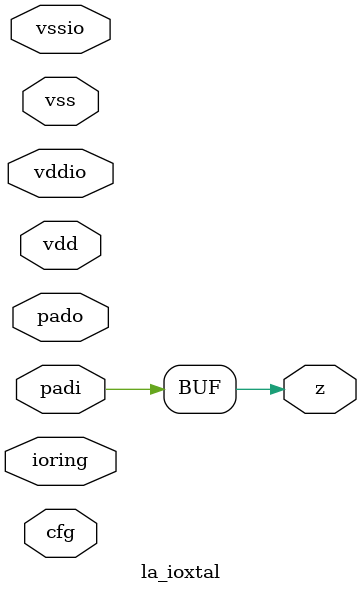
<source format=v>
/*****************************************************************************
 * Function: XTAL Oscillator IO Cell
 * Copyright: Lambda Project Authors. All rights Reserved.
 * License:  MIT (see LICENSE file in Lambda repository)
 *
 * Docs:
 *
 * ../README.md
 *
 ****************************************************************************/
module la_ioxtal #(
    parameter PROP  = "DEFAULT",  // cell property
    parameter SIDE  = "NO",       // "NO", "SO", "EA", "WE"
    parameter CFGW  = 16,         // width of core config bus
    parameter RINGW = 8           // width of io ring
) (  // io pad signals
    inout              padi,    // xtal input pad
    inout              pado,    // xtal output pad
    inout              vdd,     // core supply
    inout              vss,     // core ground
    inout              vddio,   // io supply
    inout              vssio,   // io ground
    inout  [RINGW-1:0] ioring,  // generic ioring interface
    input  [ CFGW-1:0] cfg,     // generic config interface
    // core interface
    output             z        // clock output to core
);

  assign z = padi;

endmodule

</source>
